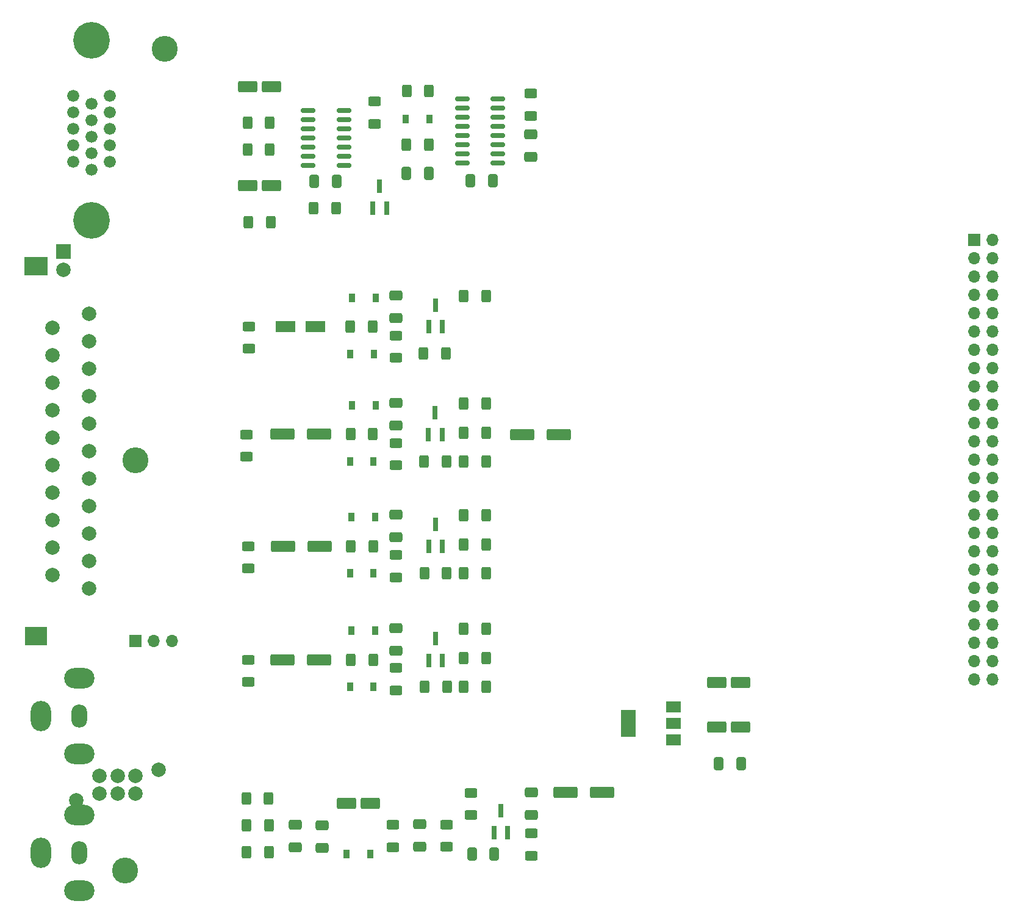
<source format=gts>
G04 #@! TF.GenerationSoftware,KiCad,Pcbnew,6.0.2+dfsg-1*
G04 #@! TF.CreationDate,2024-08-10T18:00:16+02:00*
G04 #@! TF.ProjectId,rgb-board,7267622d-626f-4617-9264-2e6b69636164,rev?*
G04 #@! TF.SameCoordinates,Original*
G04 #@! TF.FileFunction,Soldermask,Top*
G04 #@! TF.FilePolarity,Negative*
%FSLAX46Y46*%
G04 Gerber Fmt 4.6, Leading zero omitted, Abs format (unit mm)*
G04 Created by KiCad (PCBNEW 6.0.2+dfsg-1) date 2024-08-10 18:00:16*
%MOMM*%
%LPD*%
G01*
G04 APERTURE LIST*
G04 Aperture macros list*
%AMRoundRect*
0 Rectangle with rounded corners*
0 $1 Rounding radius*
0 $2 $3 $4 $5 $6 $7 $8 $9 X,Y pos of 4 corners*
0 Add a 4 corners polygon primitive as box body*
4,1,4,$2,$3,$4,$5,$6,$7,$8,$9,$2,$3,0*
0 Add four circle primitives for the rounded corners*
1,1,$1+$1,$2,$3*
1,1,$1+$1,$4,$5*
1,1,$1+$1,$6,$7*
1,1,$1+$1,$8,$9*
0 Add four rect primitives between the rounded corners*
20,1,$1+$1,$2,$3,$4,$5,0*
20,1,$1+$1,$4,$5,$6,$7,0*
20,1,$1+$1,$6,$7,$8,$9,0*
20,1,$1+$1,$8,$9,$2,$3,0*%
G04 Aperture macros list end*
%ADD10C,3.600000*%
%ADD11R,3.200000X2.500000*%
%ADD12R,3.100000X2.500000*%
%ADD13C,2.000000*%
%ADD14R,1.700000X1.700000*%
%ADD15O,1.700000X1.700000*%
%ADD16R,0.800000X1.900000*%
%ADD17RoundRect,0.250000X1.412500X0.550000X-1.412500X0.550000X-1.412500X-0.550000X1.412500X-0.550000X0*%
%ADD18RoundRect,0.250000X-0.650000X0.412500X-0.650000X-0.412500X0.650000X-0.412500X0.650000X0.412500X0*%
%ADD19RoundRect,0.250000X-1.075000X-0.550000X1.075000X-0.550000X1.075000X0.550000X-1.075000X0.550000X0*%
%ADD20RoundRect,0.250000X0.412500X0.650000X-0.412500X0.650000X-0.412500X-0.650000X0.412500X-0.650000X0*%
%ADD21RoundRect,0.250000X1.075000X0.550000X-1.075000X0.550000X-1.075000X-0.550000X1.075000X-0.550000X0*%
%ADD22R,0.900000X1.200000*%
%ADD23RoundRect,0.250000X0.400000X0.625000X-0.400000X0.625000X-0.400000X-0.625000X0.400000X-0.625000X0*%
%ADD24RoundRect,0.250000X-0.400000X-0.625000X0.400000X-0.625000X0.400000X0.625000X-0.400000X0.625000X0*%
%ADD25RoundRect,0.250000X-0.625000X0.400000X-0.625000X-0.400000X0.625000X-0.400000X0.625000X0.400000X0*%
%ADD26RoundRect,0.250000X0.625000X-0.400000X0.625000X0.400000X-0.625000X0.400000X-0.625000X-0.400000X0*%
%ADD27RoundRect,0.250000X1.137500X0.550000X-1.137500X0.550000X-1.137500X-0.550000X1.137500X-0.550000X0*%
%ADD28RoundRect,0.250000X0.650000X-0.412500X0.650000X0.412500X-0.650000X0.412500X-0.650000X-0.412500X0*%
%ADD29R,2.000000X1.500000*%
%ADD30R,2.000000X3.800000*%
%ADD31O,4.204000X2.820000*%
%ADD32O,2.820000X4.204000*%
%ADD33O,2.204000X3.204000*%
%ADD34C,1.676400*%
%ADD35C,5.080000*%
%ADD36RoundRect,0.250000X-0.412500X-0.650000X0.412500X-0.650000X0.412500X0.650000X-0.412500X0.650000X0*%
%ADD37RoundRect,0.150000X-0.825000X-0.150000X0.825000X-0.150000X0.825000X0.150000X-0.825000X0.150000X0*%
%ADD38R,2.000000X2.000000*%
G04 APERTURE END LIST*
D10*
X98486500Y-95250000D03*
D11*
X84650000Y-68300000D03*
D12*
X84650000Y-119600000D03*
D13*
X92000000Y-113050000D03*
X86920000Y-111145000D03*
X92000000Y-109240000D03*
X86920000Y-107335000D03*
X92000000Y-105430000D03*
X86920000Y-103525000D03*
X92000000Y-101620000D03*
X86920000Y-99715000D03*
X92000000Y-97810000D03*
X86920000Y-95905000D03*
X92000000Y-94000000D03*
X86920000Y-92095000D03*
X92000000Y-90190000D03*
X86920000Y-88285000D03*
X92000000Y-86380000D03*
X86920000Y-84475000D03*
X92000000Y-82570000D03*
X86920000Y-80665000D03*
X92000000Y-78760000D03*
X86920000Y-76855000D03*
X92000000Y-74950000D03*
D14*
X214920000Y-64685000D03*
D15*
X217460000Y-64685000D03*
X214920000Y-67225000D03*
X217460000Y-67225000D03*
X214920000Y-69765000D03*
X217460000Y-69765000D03*
X214920000Y-72305000D03*
X217460000Y-72305000D03*
X214920000Y-74845000D03*
X217460000Y-74845000D03*
X214920000Y-77385000D03*
X217460000Y-77385000D03*
X214920000Y-79925000D03*
X217460000Y-79925000D03*
X214920000Y-82465000D03*
X217460000Y-82465000D03*
X214920000Y-85005000D03*
X217460000Y-85005000D03*
X214920000Y-87545000D03*
X217460000Y-87545000D03*
X214920000Y-90085000D03*
X217460000Y-90085000D03*
X214920000Y-92625000D03*
X217460000Y-92625000D03*
X214920000Y-95165000D03*
X217460000Y-95165000D03*
X214920000Y-97705000D03*
X217460000Y-97705000D03*
X214920000Y-100245000D03*
X217460000Y-100245000D03*
X214920000Y-102785000D03*
X217460000Y-102785000D03*
X214920000Y-105325000D03*
X217460000Y-105325000D03*
X214920000Y-107865000D03*
X217460000Y-107865000D03*
X214920000Y-110405000D03*
X217460000Y-110405000D03*
X214920000Y-112945000D03*
X217460000Y-112945000D03*
X214920000Y-115485000D03*
X217460000Y-115485000D03*
X214920000Y-118025000D03*
X217460000Y-118025000D03*
X214920000Y-120565000D03*
X217460000Y-120565000D03*
X214920000Y-123105000D03*
X217460000Y-123105000D03*
X214920000Y-125645000D03*
X217460000Y-125645000D03*
D13*
X93486500Y-139000000D03*
X95986500Y-139000000D03*
X98486500Y-139000000D03*
X93486500Y-141500000D03*
X95986500Y-141500000D03*
X98486500Y-141500000D03*
X90286500Y-142350000D03*
X101686500Y-138150000D03*
D16*
X139124500Y-91633000D03*
X141024500Y-91633000D03*
X140074500Y-88633000D03*
D17*
X123983500Y-91563500D03*
X118908500Y-91563500D03*
X124047000Y-107133000D03*
X118972000Y-107133000D03*
X123920000Y-122932500D03*
X118845000Y-122932500D03*
D18*
X134624500Y-87258000D03*
X134624500Y-90383000D03*
D17*
X157199500Y-91633000D03*
X152124500Y-91633000D03*
D18*
X134624500Y-102758000D03*
X134624500Y-105883000D03*
X134624500Y-118508000D03*
X134624500Y-121633000D03*
D19*
X179115500Y-132250000D03*
X182465500Y-132250000D03*
D20*
X182543500Y-137349000D03*
X179418500Y-137349000D03*
D19*
X179115500Y-126027000D03*
X182465500Y-126027000D03*
D21*
X131086500Y-142850000D03*
X127736500Y-142850000D03*
D20*
X148286500Y-149850000D03*
X145161500Y-149850000D03*
D18*
X153411500Y-141287500D03*
X153411500Y-144412500D03*
D17*
X163236500Y-141250000D03*
X158161500Y-141250000D03*
D22*
X131774500Y-118883000D03*
X128474500Y-118883000D03*
X128224500Y-126633000D03*
X131524500Y-126633000D03*
X128239000Y-80472500D03*
X131539000Y-80472500D03*
X131061500Y-149850000D03*
X127761500Y-149850000D03*
D23*
X117011500Y-145850000D03*
X113911500Y-145850000D03*
D24*
X113911500Y-149600000D03*
X117011500Y-149600000D03*
D23*
X116961500Y-142100000D03*
X113861500Y-142100000D03*
D25*
X113874500Y-91633000D03*
X113874500Y-94733000D03*
D23*
X141624500Y-95383000D03*
X138524500Y-95383000D03*
D25*
X134624500Y-92833000D03*
X134624500Y-95933000D03*
D24*
X144024500Y-87383000D03*
X147124500Y-87383000D03*
X144024500Y-95383000D03*
X147124500Y-95383000D03*
X144024500Y-91383000D03*
X147124500Y-91383000D03*
D23*
X141674500Y-110883000D03*
X138574500Y-110883000D03*
D25*
X134624500Y-108383000D03*
X134624500Y-111483000D03*
D24*
X144024500Y-102883000D03*
X147124500Y-102883000D03*
X144024500Y-106883000D03*
X147124500Y-106883000D03*
D23*
X141724500Y-126633000D03*
X138624500Y-126633000D03*
D25*
X134624500Y-124033000D03*
X134624500Y-127133000D03*
D24*
X144024500Y-118633000D03*
X147124500Y-118633000D03*
X144024500Y-126633000D03*
X147124500Y-126633000D03*
X144024500Y-122633000D03*
X147124500Y-122633000D03*
D23*
X141536500Y-80447500D03*
X138436500Y-80447500D03*
D26*
X134161500Y-148900000D03*
X134161500Y-145800000D03*
D25*
X145036500Y-141350000D03*
X145036500Y-144450000D03*
D26*
X153411500Y-150100000D03*
X153411500Y-147000000D03*
D22*
X131795500Y-87633000D03*
X128495500Y-87633000D03*
D23*
X131424500Y-91582000D03*
X128324500Y-91582000D03*
D22*
X128224500Y-95383000D03*
X131524500Y-95383000D03*
X128224500Y-110883000D03*
X131524500Y-110883000D03*
D25*
X114124500Y-107133000D03*
X114124500Y-110233000D03*
D23*
X131474500Y-107133000D03*
X128374500Y-107133000D03*
D22*
X131774500Y-103133000D03*
X128474500Y-103133000D03*
D23*
X131474500Y-122883000D03*
X128374500Y-122883000D03*
D16*
X139174500Y-107160500D03*
X141074500Y-107160500D03*
X140124500Y-104160500D03*
D24*
X144024500Y-110883000D03*
X147124500Y-110883000D03*
D16*
X139174500Y-122972000D03*
X141074500Y-122972000D03*
X140124500Y-119972000D03*
D22*
X131789000Y-72722500D03*
X128489000Y-72722500D03*
D25*
X114124500Y-122883000D03*
X114124500Y-125983000D03*
D24*
X144039000Y-72472500D03*
X147139000Y-72472500D03*
D25*
X114221500Y-76672500D03*
X114221500Y-79772500D03*
D27*
X123451500Y-76722500D03*
X119326500Y-76722500D03*
D23*
X131389000Y-76722500D03*
X128289000Y-76722500D03*
D18*
X134639000Y-72410000D03*
X134639000Y-75535000D03*
D25*
X134639000Y-77922500D03*
X134639000Y-81022500D03*
D16*
X139189000Y-76722500D03*
X141089000Y-76722500D03*
X140139000Y-73722500D03*
D28*
X120661500Y-148912500D03*
X120661500Y-145787500D03*
X124411500Y-148975000D03*
X124411500Y-145850000D03*
D26*
X141661500Y-148850000D03*
X141661500Y-145750000D03*
D18*
X137911500Y-145725000D03*
X137911500Y-148850000D03*
D16*
X148211500Y-146850000D03*
X150111500Y-146850000D03*
X149161500Y-143850000D03*
D29*
X173161500Y-134050000D03*
X173161500Y-131750000D03*
D30*
X166861500Y-131750000D03*
D29*
X173161500Y-129450000D03*
D24*
X136071500Y-51496000D03*
X139171500Y-51496000D03*
X136121500Y-43996000D03*
X139221500Y-43996000D03*
D23*
X117111500Y-52125000D03*
X114011500Y-52125000D03*
X117236500Y-62250000D03*
X114136500Y-62250000D03*
D31*
X90659369Y-144450000D03*
X90659369Y-154950000D03*
D32*
X85359369Y-149700000D03*
D33*
X90659369Y-149700000D03*
D23*
X126278000Y-60246000D03*
X123178000Y-60246000D03*
D26*
X153292500Y-47466000D03*
X153292500Y-44366000D03*
D25*
X131621500Y-45446000D03*
X131621500Y-48546000D03*
D34*
X94938730Y-53818000D03*
X94938730Y-51532000D03*
X94938730Y-49246000D03*
X94938730Y-46960000D03*
X94938730Y-44674000D03*
X92398730Y-54961000D03*
X92398730Y-52675000D03*
X92398730Y-50389000D03*
X92398730Y-48103000D03*
X92398730Y-45817000D03*
X89858730Y-53818000D03*
X89858730Y-51532000D03*
X89858730Y-49246000D03*
X89858730Y-46960000D03*
X89858730Y-44674000D03*
D35*
X92398730Y-61996800D03*
X92398730Y-37003200D03*
D21*
X117361500Y-43375000D03*
X114011500Y-43375000D03*
D18*
X153292500Y-50041000D03*
X153292500Y-53166000D03*
D10*
X96986500Y-152150000D03*
D36*
X123278000Y-56546000D03*
X126403000Y-56546000D03*
D22*
X139271500Y-47916000D03*
X135971500Y-47916000D03*
D14*
X98461500Y-120250000D03*
D15*
X101001500Y-120250000D03*
X103541500Y-120250000D03*
D36*
X144921000Y-56416000D03*
X148046000Y-56416000D03*
D23*
X117111500Y-48375000D03*
X114011500Y-48375000D03*
D31*
X90661500Y-125450000D03*
X90661500Y-135950000D03*
D32*
X85361500Y-130700000D03*
D33*
X90661500Y-130700000D03*
D10*
X102486500Y-38200000D03*
D20*
X139184000Y-55416000D03*
X136059000Y-55416000D03*
D16*
X131421500Y-60246000D03*
X133321500Y-60246000D03*
X132371500Y-57246000D03*
D37*
X122428000Y-46736000D03*
X122428000Y-48006000D03*
X122428000Y-49276000D03*
X122428000Y-50546000D03*
X122428000Y-51816000D03*
X122428000Y-53086000D03*
X122428000Y-54356000D03*
X127378000Y-54356000D03*
X127378000Y-53086000D03*
X127378000Y-51816000D03*
X127378000Y-50546000D03*
X127378000Y-49276000D03*
X127378000Y-48006000D03*
X127378000Y-46736000D03*
X143821000Y-45126000D03*
X143821000Y-46396000D03*
X143821000Y-47666000D03*
X143821000Y-48936000D03*
X143821000Y-50206000D03*
X143821000Y-51476000D03*
X143821000Y-52746000D03*
X143821000Y-54016000D03*
X148771000Y-54016000D03*
X148771000Y-52746000D03*
X148771000Y-51476000D03*
X148771000Y-50206000D03*
X148771000Y-48936000D03*
X148771000Y-47666000D03*
X148771000Y-46396000D03*
X148771000Y-45126000D03*
D21*
X117361500Y-57125000D03*
X114011500Y-57125000D03*
D38*
X88511500Y-66250000D03*
D13*
X88511500Y-68790000D03*
M02*

</source>
